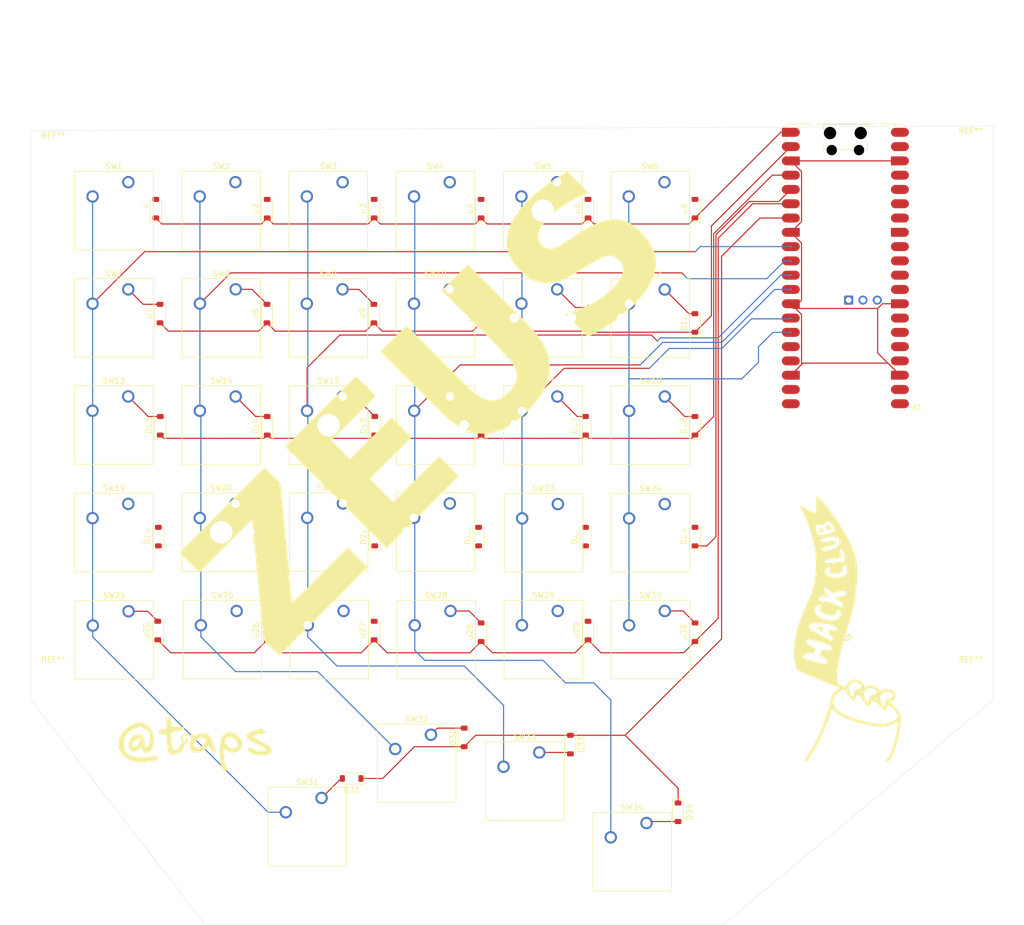
<source format=kicad_pcb>
(kicad_pcb (version 20241229) (generator "pcbnew") (generator_version "9.0")
  (layers (0 "F.Cu" signal) (2 "B.Cu" signal) (13 "F.Paste" user) (15 "B.Paste" user) (5 "F.SilkS" user "F.Silkscreen") (7 "B.SilkS" user "B.Silkscreen") (1 "F.Mask" user) (3 "B.Mask" user) (25 "Edge.Cuts" user))
  (net 0 "")
  (net 3 "col5")
  (net 11 "Net-(A1-GND-Pad13)")
  (net 12 "col6")
  (net 17 "row4")
  (net 20 "row3")
  (net 21 "col3")
  (net 24 "col4")
  (net 25 "col2")
  (net 28 "col1")
  (net 29 "row1")
  (net 31 "row2")
  (net 32 "row5")
  (net 34 "Net-(D1-A)")
  (net 35 "Net-(D2-A)")
  (net 36 "Net-(D3-A)")
  (net 37 "Net-(D4-A)")
  (net 38 "Net-(D5-A)")
  (net 39 "Net-(D6-A)")
  (net 40 "Net-(D7-A)")
  (net 41 "Net-(D8-A)")
  (net 42 "Net-(D9-A)")
  (net 43 "Net-(D10-A)")
  (net 44 "Net-(D11-A)")
  (net 45 "Net-(D12-A)")
  (net 46 "Net-(D13-A)")
  (net 47 "Net-(D14-A)")
  (net 48 "Net-(D15-A)")
  (net 49 "Net-(D16-A)")
  (net 50 "Net-(D17-A)")
  (net 51 "Net-(D18-A)")
  (net 52 "Net-(D19-A)")
  (net 53 "Net-(D20-A)")
  (net 54 "Net-(D21-A)")
  (net 55 "Net-(D22-A)")
  (net 56 "Net-(D23-A)")
  (net 57 "Net-(D24-A)")
  (net 58 "Net-(D25-A)")
  (net 59 "Net-(D26-A)")
  (net 60 "Net-(D27-A)")
  (net 61 "Net-(D28-A)")
  (net 62 "Net-(D29-A)")
  (net 63 "Net-(D30-A)")
  (net 64 "Net-(D31-A)")
  (net 65 "Net-(D32-A)")
  (net 66 "Net-(D33-A)")
  (net 67 "Net-(D34-A)")
  (net 68 "row6")
  (footprint "Diode_SMD:D_SOD-123" (layer "F.Cu") (at 91 91 90)
    (property "Reference" "D20")
    (property "Value" "1N4148WT")
  )
  (footprint "Diode_SMD:D_SOD-123" (layer "F.Cu") (at 144.86 127.97 -90)
    (property "Reference" "D33")
    (property "Value" "1N4148WT")
  )
  (footprint "Button_Switch_Keyboard:SW_Cherry_MX_1.00u_PCB" (layer "F.Cu") (at 142.54 66.095)
    (property "Reference" "SW17")
    (property "Value" "SW_Push")
  )
  (footprint "Diode_SMD:D_SOD-123" (layer "F.Cu") (at 167 71.3 90)
    (property "Reference" "D18")
    (property "Value" "1N4148WT")
  )
  (footprint "Button_Switch_Keyboard:SW_Cherry_MX_1.00u_PCB" (layer "F.Cu") (at 161.64 85.22)
    (property "Reference" "SW24")
    (property "Value" "SW_Push")
  )
  (footprint "Button_Switch_Keyboard:SW_Cherry_MX_1.00u_PCB" (layer "F.Cu") (at 66.36 104.27)
    (property "Reference" "SW25")
    (property "Value" "SW_Push")
  )
  (footprint "Diode_SMD:D_SOD-123" (layer "F.Cu") (at 110 107.7 90)
    (property "Reference" "D27")
    (property "Value" "1N4148WT")
  )
  (footprint "Diode_SMD:D_SOD-123" (layer "F.Cu") (at 129 71.3 90)
    (property "Reference" "D16")
    (property "Value" "1N4148WT")
  )
  (footprint "Button_Switch_Keyboard:SW_Cherry_MX_1.00u_PCB" (layer "F.Cu") (at 104.375 47.045)
    (property "Reference" "SW9")
    (property "Value" "SW_Push")
  )
  (footprint "Button_Switch_Keyboard:SW_Cherry_MX_1.00u_PCB" (layer "F.Cu") (at 85.39 47.04)
    (property "Reference" "SW8")
    (property "Value" "SW_Push")
  )
  (footprint "LOGO" (layer "F.Cu") (at 194 107.25 90)
    (property "Reference" "G***")
    (property "Value" "LOGO" (hide yes))
  )
  (footprint "Diode_SMD:D_SOD-123" (layer "F.Cu") (at 110.1 71.3 90)
    (property "Reference" "D15")
    (property "Value" "1N4148WT")
  )
  (footprint "Button_Switch_Keyboard:SW_Cherry_MX_1.00u_PCB" (layer "F.Cu") (at 142.61 104.22)
    (property "Reference" "SW29")
    (property "Value" "SW_Push")
  )
  (footprint "Button_Switch_Keyboard:SW_Cherry_MX_1.00u_PCB" (layer "F.Cu") (at 104.56 104.22)
    (property "Reference" "SW27")
    (property "Value" "SW_Push")
  )
  (footprint "Diode_SMD:D_SOD-123" (layer "F.Cu") (at 129 32.7 90)
    (property "Reference" "D4")
    (property "Value" "1N4148WT")
  )
  (footprint "Diode_SMD:D_SOD-123" (layer "F.Cu") (at 147.55 91 90)
    (property "Reference" "D23")
    (property "Value" "1N4148WT")
  )
  (footprint "Button_Switch_Keyboard:SW_Cherry_MX_1.00u_PCB" (layer "F.Cu") (at 66.31 47.05)
    (property "Reference" "SW7")
    (property "Value" "SW_Push")
  )
  (footprint "Diode_SMD:D_SOD-123" (layer "F.Cu") (at 106 134 180)
    (property "Reference" "D31")
    (property "Value" "1N4148WT")
  )
  (footprint "Button_Switch_Keyboard:SW_Cherry_MX_1.00u_PCB" (layer "F.Cu") (at 66.31 85.18)
    (property "Reference" "SW19")
    (property "Value" "SW_Push")
  )
  (footprint "Diode_SMD:D_SOD-123" (layer "F.Cu") (at 71.2 32.7 90)
    (property "Reference" "D1")
    (property "Value" "1N4148WT")
  )
  (footprint "Diode_SMD:D_SOD-123" (layer "F.Cu") (at 91 32.7 90)
    (property "Reference" "D2")
    (property "Value" "1N4148WT")
  )
  (footprint "MountingHole:MountingHole_2.2mm_M2" (layer "F.Cu") (at 216 22)
    (property "Reference" "REF**")
    (property "Value" "MountingHole_2.2mm_M2")
  )
  (footprint "Diode_SMD:D_SOD-123" (layer "F.Cu") (at 167 108 90)
    (property "Reference" "D30")
    (property "Value" "1N4148WT")
  )
  (footprint "Diode_SMD:D_SOD-123" (layer "F.Cu") (at 167 91 90)
    (property "Reference" "D24")
    (property "Value" "1N4148WT")
  )
  (footprint "MountingHole:MountingHole_2.2mm_M2" (layer "F.Cu") (at 53 22.865)
    (property "Reference" "REF**")
    (property "Value" "MountingHole_2.2mm_M2")
  )
  (footprint "Button_Switch_Keyboard:SW_Cherry_MX_1.00u_PCB" (layer "F.Cu") (at 123.43 27.99)
    (property "Reference" "SW4")
    (property "Value" "SW_Push")
  )
  (footprint "Button_Switch_Keyboard:SW_Cherry_MX_1.00u_PCB" (layer "F.Cu") (at 85.56 104.22)
    (property "Reference" "SW26")
    (property "Value" "SW_Push")
  )
  (footprint "Diode_SMD:D_SOD-123" (layer "F.Cu") (at 110.1 91 90)
    (property "Reference" "D21")
    (property "Value" "1N4148WT")
  )
  (footprint "Diode_SMD:D_SOD-123" (layer "F.Cu") (at 90.95 51.35 90)
    (property "Reference" "D8")
    (property "Value" "1N4148WT")
  )
  (footprint "Diode_SMD:D_SOD-123" (layer "F.Cu") (at 71.65 91 90)
    (property "Reference" "D19")
    (property "Value" "1N4148WT")
  )
  (footprint "Button_Switch_Keyboard:SW_Cherry_MX_1.00u_PCB" (layer "F.Cu") (at 161.64 66.1)
    (property "Reference" "SW18")
    (property "Value" "SW_Push")
  )
  (footprint "Diode_SMD:D_SOD-123" (layer "F.Cu") (at 71.95 51.35 90)
    (property "Reference" "D7")
    (property "Value" "1N4148WT")
  )
  (footprint "Button_Switch_Keyboard:SW_Cherry_MX_1.00u_PCB" (layer "F.Cu") (at 142.515 47.045)
    (property "Reference" "SW11")
    (property "Value" "SW_Push")
  )
  (footprint "Button_Switch_Keyboard:SW_Cherry_MX_1.00u_PCB" (layer "F.Cu") (at 100.65 137.46)
    (property "Reference" "SW31")
    (property "Value" "SW_Push")
  )
  (footprint "Button_Switch_Keyboard:SW_Cherry_MX_1.00u_PCB" (layer "F.Cu") (at 66.3 66.085)
    (property "Reference" "SW13")
    (property "Value" "SW_Push")
  )
  (footprint "Button_Switch_Keyboard:SW_Cherry_MX_1.00u_PCB" (layer "F.Cu") (at 120.09 126.22)
    (property "Reference" "SW32")
    (property "Value" "SW_Push")
  )
  (footprint "Diode_SMD:D_SOD-123" (layer "F.Cu") (at 126 126.7 90)
    (property "Reference" "D32")
    (property "Value" "1N4148WT")
  )
  (footprint "Diode_SMD:D_SOD-123" (layer "F.Cu") (at 164 140 -90)
    (property "Reference" "D34")
    (property "Value" "1N4148WT")
  )
  (footprint "Button_Switch_Keyboard:SW_Cherry_MX_1.00u_PCB" (layer "F.Cu") (at 104.39 27.99)
    (property "Reference" "SW3")
    (property "Value" "SW_Push")
  )
  (footprint "Button_Switch_Keyboard:SW_Cherry_MX_1.00u_PCB" (layer "F.Cu") (at 142.51 27.99)
    (property "Reference" "SW5")
    (property "Value" "SW_Push")
  )
  (footprint "Button_Switch_Keyboard:SW_Cherry_MX_1.00u_PCB" (layer "F.Cu") (at 66.32 27.99)
    (property "Reference" "SW1")
    (property "Value" "SW_Push")
  )
  (footprint "Diode_SMD:D_SOD-123" (layer "F.Cu") (at 91 107.7 90)
    (property "Reference" "D26")
    (property "Value" "1N4148WT")
  )
  (footprint "MountingHole:MountingHole_2.2mm_M2" (layer "F.Cu") (at 216 22.025)
    (property "Reference" "REF**")
    (property "Value" "MountingHole_2.2mm_M2")
  )
  (footprint "Button_Switch_Keyboard:SW_Cherry_MX_1.00u_PCB" (layer "F.Cu") (at 158.39 141.92)
    (property "Reference" "SW34")
    (property "Value" "SW_Push")
  )
  (footprint "Diode_SMD:D_SOD-123" (layer "F.Cu") (at 91 71.3 90)
    (property "Reference" "D14")
    (property "Value" "1N4148WT")
  )
  (footprint "Diode_SMD:D_SOD-123" (layer "F.Cu") (at 148 32.7 90)
    (property "Reference" "D5")
    (property "Value" "1N4148WT")
  )
  (footprint "Button_Switch_Keyboard:SW_Cherry_MX_1.00u_PCB" (layer "F.Cu") (at 123.45 85.11)
    (property "Reference" "SW22")
    (property "Value" "SW_Push")
  )
  (footprint "MountingHole:MountingHole_2.2mm_M2" (layer "F.Cu") (at 216 116)
    (property "Reference" "REF**")
    (property "Value" "MountingHole_2.2mm_M2")
  )
  (footprint "Diode_SMD:D_SOD-123" (layer "F.Cu") (at 109.95 51.35 90)
    (property "Reference" "D9")
    (property "Value" "1N4148WT")
  )
  (footprint "Button_Switch_Keyboard:SW_Cherry_MX_1.00u_PCB" (layer "F.Cu") (at 104.425 66.1)
    (property "Reference" "SW15")
    (property "Value" "SW_Push")
  )
  (footprint "Button_Switch_Keyboard:SW_Cherry_MX_1.00u_PCB" (layer "F.Cu") (at 142.64 85.22)
    (property "Reference" "SW23")
    (property "Value" "SW_Push")
  )
  (footprint "Button_Switch_Keyboard:SW_Cherry_MX_1.00u_PCB" (layer "F.Cu") (at 161.64 104.22)
    (property "Reference" "SW30")
    (property "Value" "SW_Push")
  )
  (footprint "Diode_SMD:D_SOD-123" (layer "F.Cu") (at 147.55 71.3 90)
    (property "Reference" "D17")
    (property "Value" "1N4148WT")
  )
  (footprint "Diode_SMD:D_SOD-123" (layer "F.Cu") (at 129 108 90)
    (property "Reference" "D28")
    (property "Value" "1N4148WT")
  )
  (footprint "Diode_SMD:D_SOD-123" (layer "F.Cu") (at 167 53.015 90)
    (property "Reference" "D12")
    (property "Value" "1N4148WT")
  )
  (footprint "Button_Switch_Keyboard:SW_Cherry_MX_1.00u_PCB" (layer "F.Cu") (at 85.35 27.99)
    (property "Reference" "SW2")
    (property "Value" "SW_Push")
  )
  (footprint "Button_Switch_Keyboard:SW_Cherry_MX_1.00u_PCB" (layer "F.Cu") (at 85.37 85.15)
    (property "Reference" "SW20")
    (property "Value" "SW_Push")
  )
  (footprint "Diode_SMD:D_SOD-123" (layer "F.Cu") (at 148 107.7 90)
    (property "Reference" "D29")
    (property "Value" "1N4148WT")
  )
  (footprint "Button_Switch_Keyboard:SW_Cherry_MX_1.00u_PCB" (layer "F.Cu") (at 104.45 85.11)
    (property "Reference" "SW21")
    (property "Value" "SW_Push")
  )
  (footprint "Diode_SMD:D_SOD-123" (layer "F.Cu") (at 128.55 91 90)
    (property "Reference" "D22")
    (property "Value" "1N4148WT")
  )
  (footprint "Module:RaspberryPi_Pico_W_SMD_HandSolder" (layer "F.Cu") (at 193.72 43.255)
    (property "Reference" "A1")
    (property "Value" "RaspberryPi_Pico_W")
  )
  (footprint "Diode_SMD:D_SOD-123" (layer "F.Cu") (at 167 32.7 90)
    (property "Reference" "D6")
    (property "Value" "1N4148WT")
  )
  (footprint "Button_Switch_Keyboard:SW_Cherry_MX_1.00u_PCB" (layer "F.Cu") (at 123.425 47.045)
    (property "Reference" "SW10")
    (property "Value" "SW_Push")
  )
  (footprint "Diode_SMD:D_SOD-123" (layer "F.Cu") (at 148.425 51.925 90)
    (property "Reference" "D11")
    (property "Value" "1N4148WT")
  )
  (footprint "Button_Switch_Keyboard:SW_Cherry_MX_1.00u_PCB" (layer "F.Cu") (at 123.46 66.095)
    (property "Reference" "SW16")
    (property "Value" "SW_Push")
  )
  (footprint "Diode_SMD:D_SOD-123" (layer "F.Cu") (at 128.95 51.365 90)
    (property "Reference" "D10")
    (property "Value" "1N4148WT")
  )
  (footprint "Diode_SMD:D_SOD-123" (layer "F.Cu") (at 71.55 107.7 90)
    (property "Reference" "D25")
    (property "Value" "1N4148WT")
  )
  (footprint "Diode_SMD:D_SOD-123" (layer "F.Cu") (at 110 32.7 90)
    (property "Reference" "D3")
    (property "Value" "1N4148WT")
  )
  (footprint "Button_Switch_Keyboard:SW_Cherry_MX_1.00u_PCB" (layer "F.Cu") (at 139.34 129.37)
    (property "Reference" "SW33")
    (property "Value" "SW_Push")
  )
  (footprint "Button_Switch_Keyboard:SW_Cherry_MX_1.00u_PCB" (layer "F.Cu") (at 85.385 66.095)
    (property "Reference" "SW14")
    (property "Value" "SW_Push")
  )
  (footprint "Button_Switch_Keyboard:SW_Cherry_MX_1.00u_PCB" (layer "F.Cu") (at 123.56 104.22)
    (property "Reference" "SW28")
    (property "Value" "SW_Push")
  )
  (footprint "MountingHole:MountingHole_2.2mm_M2" (layer "F.Cu") (at 53 116)
    (property "Reference" "REF**")
    (property "Value" "MountingHole_2.2mm_M2")
  )
  (footprint "Button_Switch_Keyboard:SW_Cherry_MX_1.00u_PCB" (layer "F.Cu") (at 161.58 27.99)
    (property "Reference" "SW6")
    (property "Value" "SW_Push")
  )
  (footprint "LOGO" (layer "F.Cu") (at 78 127)
    (property "Reference" "G***")
    (property "Value" "LOGO" (hide yes))
  )
  (footprint "Button_Switch_Keyboard:SW_Cherry_MX_1.00u_PCB" (layer "F.Cu") (at 161.62 47.07)
    (property "Reference" "SW12")
    (property "Value" "SW_Push")
  )
  (footprint "Diode_SMD:D_SOD-123" (layer "F.Cu") (at 72 71.3 90)
    (property "Reference" "D13")
    (property "Value" "1N4148WT")
  )
  (gr_line (start 220 120) (end 220 18) (stroke (width 0.05)) (layer "Edge.Cuts"))
  (gr_line (start 80 160) (end 172 160) (stroke (width 0.05)) (layer "Edge.Cuts"))
  (gr_line (start 220 18) (end 49 18.865) (stroke (width 0.05)) (layer "Edge.Cuts"))
  (gr_line (start 172 160) (end 220 120) (stroke (width 0.05)) (layer "Edge.Cuts"))
  (gr_line (start 49 18.865) (end 49 120) (stroke (width 0.05)) (layer "Edge.Cuts"))
  (gr_line (start 80 160) (end 49 120) (stroke (width 0.05)) (layer "Edge.Cuts"))
  (gr_rect (start 189.8 17.7) (end 197.675 17.8) (stroke (width 0.05)) (fill no) (layer "Edge.Cuts"))
  (gr_text "ZEUS" (at 95.035 116.285 45) (layer "F.SilkS") (effects (font (size 25 25) (thickness 1) (bold yes)) (justify left bottom)))
  (segment (start 136.19 68.635) (end 143.745 61.08) (width 0.2) (layer "F.Cu") (net 3))
  (segment (start 143.745 61.08) (end 158.89 61.08) (width 0.2) (layer "F.Cu") (net 3))
  (via micro (at 158.89 61.08) (size 0.3) (drill 0.1) (layers "F.Cu" "B.Cu") (net 3))
  (via micro (at 184.03 52.145) (size 0.3) (drill 0.1) (layers "F.Cu" "B.Cu") (net 3))
  (segment (start 183.885 52.29) (end 184.03 52.145) (width 0.2) (layer "B.Cu") (net 3))
  (segment (start 171.79 57.55) (end 177.05 52.29) (width 0.2) (layer "B.Cu") (net 3))
  (segment (start 136.16 30.53) (end 136.26 30.63) (width 0.2) (layer "B.Cu") (net 3))
  (segment (start 162.42 57.55) (end 171.79 57.55) (width 0.2) (layer "B.Cu") (net 3))
  (segment (start 136.26 30.63) (end 136.26 106.76) (width 0.2) (layer "B.Cu") (net 3))
  (segment (start 158.89 61.08) (end 162.42 57.55) (width 0.2) (layer "B.Cu") (net 3))
  (segment (start 177.05 52.29) (end 183.885 52.29) (width 0.2) (layer "B.Cu") (net 3))
  (segment (start 199.45615 58.35115) (end 199.45615 50.44) (width 0.2) (layer "F.Cu") (net 11))
  (segment (start 201.259 60.154) (end 203.41 62.305) (width 0.2) (layer "F.Cu") (net 11))
  (segment (start 199.45615 50.44) (end 200.29115 49.605) (width 0.2) (layer "F.Cu") (net 11))
  (segment (start 185.931 60.404) (end 184.03 62.305) (width 0.2) (layer "F.Cu") (net 11))
  (segment (start 185.931 26.106) (end 185.931 35.004) (width 0.2) (layer "F.Cu") (net 11))
  (segment (start 200.29115 49.605) (end 203.41 49.605) (width 0.2) (layer "F.Cu") (net 11))
  (segment (start 184.03 49.605) (end 185.931 51.506) (width 0.2) (layer "F.Cu") (net 11))
  (segment (start 184.03 24.205) (end 185.931 26.106) (width 0.2) (layer "F.Cu") (net 11))
  (segment (start 184.03 62.305) (end 186.181 60.154) (width 0.2) (layer "F.Cu") (net 11))
  (segment (start 185.931 38.806) (end 185.931 48.979) (width 0.2) (layer "F.Cu") (net 11))
  (segment (start 184.03 36.905) (end 185.931 38.806) (width 0.2) (layer "F.Cu") (net 11))
  (segment (start 185.931 51.506) (end 185.931 60.404) (width 0.2) (layer "F.Cu") (net 11))
  (segment (start 185.931 35.004) (end 184.03 36.905) (width 0.2) (layer "F.Cu") (net 11))
  (segment (start 203.41 62.305) (end 199.45615 58.35115) (width 0.2) (layer "F.Cu") (net 11))
  (segment (start 185.931 48.979) (end 184.47 50.44) (width 0.2) (layer "F.Cu") (net 11))
  (segment (start 184.47 50.44) (end 199.45615 50.44) (width 0.2) (layer "F.Cu") (net 11))
  (segment (start 186.181 60.154) (end 201.259 60.154) (width 0.2) (layer "F.Cu") (net 11))
  (segment (start 203.41 24.205) (end 184.03 24.205) (width 0.2) (layer "F.Cu") (net 11))
  (via micro (at 184.03 54.685) (size 0.3) (drill 0.1) (layers "F.Cu" "B.Cu") (net 12))
  (segment (start 178.28 57.26) (end 180.855 54.685) (width 0.2) (layer "B.Cu") (net 12))
  (segment (start 180.855 54.685) (end 184.03 54.685) (width 0.2) (layer "B.Cu") (net 12))
  (segment (start 155.23 49.57) (end 155.27 49.61) (width 0.2) (layer "B.Cu") (net 12))
  (segment (start 155.27 49.61) (end 155.27 62.95) (width 0.2) (layer "B.Cu") (net 12))
  (segment (start 155.27 62.95) (end 175.33 62.95) (width 0.2) (layer "B.Cu") (net 12))
  (segment (start 175.33 62.95) (end 178.28 60) (width 0.2) (layer "B.Cu") (net 12))
  (segment (start 155.27 106.74) (end 155.29 106.76) (width 0.2) (layer "B.Cu") (net 12))
  (segment (start 155.23 30.53) (end 155.23 49.57) (width 0.2) (layer "B.Cu") (net 12))
  (segment (start 178.28 60) (end 178.28 57.26) (width 0.2) (layer "B.Cu") (net 12))
  (segment (start 155.27 62.95) (end 155.27 106.74) (width 0.2) (layer "B.Cu") (net 12))
  (segment (start 170.724 91.026) (end 169.1 92.65) (width 0.2) (layer "F.Cu") (net 17))
  (segment (start 184.03 29.285) (end 181.891 31.424) (width 0.2) (layer "F.Cu") (net 17))
  (segment (start 176.626 31.424) (end 170.724 37.326) (width 0.2) (layer "F.Cu") (net 17))
  (segment (start 170.724 37.326) (end 170.724 91.026) (width 0.2) (layer "F.Cu") (net 17))
  (segment (start 181.891 31.424) (end 176.626 31.424) (width 0.2) (layer "F.Cu") (net 17))
  (segment (start 169.1 92.65) (end 167 92.65) (width 0.2) (layer "F.Cu") (net 17))
  (segment (start 180.7379 26.745) (end 184.03 26.745) (width 0.2) (layer "F.Cu") (net 20))
  (segment (start 167 72.95) (end 170.323 69.627) (width 0.2) (layer "F.Cu") (net 20))
  (segment (start 72.576 73.526) (end 90.424 73.526) (width 0.2) (layer "F.Cu") (net 20))
  (segment (start 148.131 73.531) (end 147.55 72.95) (width 0.2) (layer "F.Cu") (net 20))
  (segment (start 110.1 72.95) (end 109.519 73.531) (width 0.2) (layer "F.Cu") (net 20))
  (segment (start 166.419 73.531) (end 148.131 73.531) (width 0.2) (layer "F.Cu") (net 20))
  (segment (start 170.323 69.627) (end 170.323 37.1599) (width 0.2) (layer "F.Cu") (net 20))
  (segment (start 146.974 73.526) (end 129.576 73.526) (width 0.2) (layer "F.Cu") (net 20))
  (segment (start 129 72.95) (end 128.424 73.526) (width 0.2) (layer "F.Cu") (net 20))
  (segment (start 109.519 73.531) (end 91.581 73.531) (width 0.2) (layer "F.Cu") (net 20))
  (segment (start 110.676 73.526) (end 110.1 72.95) (width 0.2) (layer "F.Cu") (net 20))
  (segment (start 90.424 73.526) (end 91 72.95) (width 0.2) (layer "F.Cu") (net 20))
  (segment (start 147.55 72.95) (end 146.974 73.526) (width 0.2) (layer "F.Cu") (net 20))
  (segment (start 72 72.95) (end 72.576 73.526) (width 0.2) (layer "F.Cu") (net 20))
  (segment (start 167 72.95) (end 166.419 73.531) (width 0.2) (layer "F.Cu") (net 20))
  (segment (start 129.576 73.526) (end 129 72.95) (width 0.2) (layer "F.Cu") (net 20))
  (segment (start 91.581 73.531) (end 91 72.95) (width 0.2) (layer "F.Cu") (net 20))
  (segment (start 170.323 37.1599) (end 180.7379 26.745) (width 0.2) (layer "F.Cu") (net 20))
  (segment (start 128.424 73.526) (end 110.676 73.526) (width 0.2) (layer "F.Cu") (net 20))
  (segment (start 98.075 60.995) (end 98.075 68.64) (width 0.2) (layer "F.Cu") (net 21))
  (segment (start 160.31 56.24) (end 159.24 55.17) (width 0.2) (layer "F.Cu") (net 21))
  (segment (start 184.015 44.525) (end 184.01 44.52) (width 0.2) (layer "F.Cu") (net 21))
  (segment (start 103.9 55.17) (end 98.075 60.995) (width 0.2) (layer "F.Cu") (net 21))
  (segment (start 184.03 44.525) (end 184.015 44.525) (width 0.2) (layer "F.Cu") (net 21))
  (segment (start 159.24 55.17) (end 103.9 55.17) (width 0.2) (layer "F.Cu") (net 21))
  (via micro (at 184.01 44.52) (size 0.3) (drill 0.1) (layers "F.Cu" "B.Cu") (net 21))
  (via micro (at 160.31 56.24) (size 0.3) (drill 0.1) (layers "F.Cu" "B.Cu") (net 21))
  (segment (start 160.88 55.67) (end 160.31 56.24) (width 0.2) (layer "B.Cu") (net 21))
  (segment (start 98.21 108.814816) (end 103.395184 114) (width 0.2) (layer "B.Cu") (net 21))
  (segment (start 171.12 55.67) (end 160.88 55.67) (width 0.2) (layer "B.Cu") (net 21))
  (segment (start 98.21 106.76) (end 98.21 30.7) (width 0.2) (layer "B.Cu") (net 21))
  (segment (start 98.21 30.7) (end 98.04 30.53) (width 0.2) (layer "B.Cu") (net 21))
  (segment (start 132.99 120.99) (end 132.99 131.91) (width 0.2) (layer "B.Cu") (net 21))
  (segment (start 103.395184 114) (end 126 114) (width 0.2) (layer "B.Cu") (net 21))
  (segment (start 126 114) (end 132.99 120.99) (width 0.2) (layer "B.Cu") (net 21))
  (segment (start 98.21 106.76) (end 98.21 108.814816) (width 0.2) (layer "B.Cu") (net 21))
  (segment (start 184.01 44.52) (end 182.27 44.52) (width 0.2) (layer "B.Cu") (net 21))
  (segment (start 182.27 44.52) (end 171.12 55.67) (width 0.2) (layer "B.Cu") (net 21))
  (segment (start 125.265 60.48) (end 157.25 60.48) (width 0.2) (layer "F.Cu") (net 24))
  (segment (start 117.11 68.635) (end 125.265 60.48) (width 0.2) (layer "F.Cu") (net 24))
  (via micro (at 184.03 47.065) (size 0.3) (drill 0.1) (layers "F.Cu" "B.Cu") (net 24))
  (via micro (at 157.25 60.48) (size 0.3) (drill 0.1) (layers "F.Cu" "B.Cu") (net 24))
  (segment (start 144 117) (end 149 117) (width 0.2) (layer "B.Cu") (net 24))
  (segment (start 161.26 56.47) (end 171.76 56.47) (width 0.2) (layer "B.Cu") (net 24))
  (segment (start 181.165 47.065) (end 184.03 47.065) (width 0.2) (layer "B.Cu") (net 24))
  (segment (start 117.08 30.53) (end 117.21 30.66) (width 0.2) (layer "B.Cu") (net 24))
  (segment (start 117.21 30.66) (end 117.21 106.76) (width 0.2) (layer "B.Cu") (net 24))
  (segment (start 119 113) (end 140 113) (width 0.2) (layer "B.Cu") (net 24))
  (segment (start 152.04 120.04) (end 152.04 144.46) (width 0.2) (layer "B.Cu") (net 24))
  (segment (start 117.21 106.76) (end 117.21 111.21) (width 0.2) (layer "B.Cu") (net 24))
  (segment (start 171.76 56.47) (end 181.165 47.065) (width 0.2) (layer "B.Cu") (net 24))
  (segment (start 117.21 111.21) (end 119 113) (width 0.2) (layer "B.Cu") (net 24))
  (segment (start 157.25 60.48) (end 161.26 56.47) (width 0.2) (layer "B.Cu") (net 24))
  (segment (start 140 113) (end 144 117) (width 0.2) (layer "B.Cu") (net 24))
  (segment (start 149 117) (end 152.04 120.04) (width 0.2) (layer "B.Cu") (net 24))
  (segment (start 84.51 44.11) (end 164.65 44.11) (width 0.2) (layer "F.Cu") (net 25))
  (segment (start 164.65 44.11) (end 165.19 44.65) (width 0.2) (layer "F.Cu") (net 25))
  (segment (start 79.04 49.58) (end 84.51 44.11) (width 0.2) (layer "F.Cu") (net 25))
  (via micro (at 165.19 44.65) (size 0.3) (drill 0.1) (layers "F.Cu" "B.Cu") (net 25))
  (via micro (at 184.03 41.985) (size 0.3) (drill 0.1) (layers "F.Cu" "B.Cu") (net 25))
  (segment (start 79.035 52.745) (end 79.035 68.635) (width 0.2) (layer "B.Cu") (net 25))
  (segment (start 165.69 45.15) (end 179.75 45.15) (width 0.2) (layer "B.Cu") (net 25))
  (segment (start 79.21 108.814816) (end 85.395184 115) (width 0.2) (layer "B.Cu") (net 25))
  (segment (start 79.04 49.58) (end 79.04 52.74) (width 0.2) (layer "B.Cu") (net 25))
  (segment (start 79.035 68.635) (end 79.21 68.81) (width 0.2) (layer "B.Cu") (net 25))
  (segment (start 79.04 30.57) (end 79 30.53) (width 0.2) (layer "B.Cu") (net 25))
  (segment (start 79.04 49.58) (end 79.04 30.57) (width 0.2) (layer "B.Cu") (net 25))
  (segment (start 79.21 106.76) (end 79.21 108.814816) (width 0.2) (layer "B.Cu") (net 25))
  (segment (start 165.19 44.65) (end 165.69 45.15) (width 0.2) (layer "B.Cu") (net 25))
  (segment (start 182.915 41.985) (end 184.03 41.985) (width 0.2) (layer "B.Cu") (net 25))
  (segment (start 79.04 52.74) (end 79.035 52.745) (width 0.2) (layer "B.Cu") (net 25))
  (segment (start 85.395184 115) (end 99.98 115) (width 0.2) (layer "B.Cu") (net 25))
  (segment (start 79.21 68.81) (end 79.21 106.76) (width 0.2) (layer "B.Cu") (net 25))
  (segment (start 99.98 115) (end 113.74 128.76) (width 0.2) (layer "B.Cu") (net 25))
  (segment (start 179.75 45.15) (end 182.915 41.985) (width 0.2) (layer "B.Cu") (net 25))
  (segment (start 184.005 39.445) (end 184 39.44) (width 0.2) (layer "F.Cu") (net 28))
  (segment (start 167.05 40.34) (end 69.21 40.34) (width 0.2) (layer "F.Cu") (net 28))
  (segment (start 184.03 39.445) (end 184.005 39.445) (width 0.2) (layer "F.Cu") (net 28))
  (segment (start 69.21 40.34) (end 59.96 49.59) (width 0.2) (layer "F.Cu") (net 28))
  (via micro (at 184 39.44) (size 0.3) (drill 0.1) (layers "F.Cu" "B.Cu") (net 28))
  (via micro (at 167.05 40.34) (size 0.3) (drill 0.1) (layers "F.Cu" "B.Cu") (net 28))
  (segment (start 60.01 106.81) (end 60.01 108.864816) (width 0.2) (layer "B.Cu") (net 28))
  (segment (start 60.01 108.864816) (end 91.145184 140) (width 0.2) (layer "B.Cu") (net 28))
  (segment (start 184 39.44) (end 167.95 39.44) (width 0.2) (layer "B.Cu") (net 28))
  (segment (start 60.01 106.81) (end 59.97 106.77) (width 0.2) (layer "B.Cu") (net 28))
  (segment (start 91.145184 140) (end 94.3 140) (width 0.2) (layer "B.Cu") (net 28))
  (segment (start 167.95 39.44) (end 167.05 40.34) (width 0.2) (layer "B.Cu") (net 28))
  (segment (start 59.97 106.77) (end 59.97 30.53) (width 0.2) (layer "B.Cu") (net 28))
  (segment (start 167 34.35) (end 165.925 35.425) (width 0.2) (layer "F.Cu") (net 29))
  (segment (start 72.271 35.421) (end 71.2 34.35) (width 0.2) (layer "F.Cu") (net 29))
  (segment (start 182.225 19.125) (end 167 34.35) (width 0.2) (layer "F.Cu") (net 29))
  (segment (start 148 34.35) (end 146.929 35.421) (width 0.2) (layer "F.Cu") (net 29))
  (segment (start 110 34.35) (end 108.929 35.421) (width 0.2) (layer "F.Cu") (net 29))
  (segment (start 130.071 35.421) (end 129 34.35) (width 0.2) (layer "F.Cu") (net 29))
  (segment (start 111.075 35.425) (end 110 34.35) (width 0.2) (layer "F.Cu") (net 29))
  (segment (start 92.071 35.421) (end 91 34.35) (width 0.2) (layer "F.Cu") (net 29))
  (segment (start 146.929 35.421) (end 130.071 35.421) (width 0.2) (layer "F.Cu") (net 29))
  (segment (start 127.925 35.425) (end 111.075 35.425) (width 0.2) (layer "F.Cu") (net 29))
  (segment (start 149.075 35.425) (end 148 34.35) (width 0.2) (layer "F.Cu") (net 29))
  (segment (start 108.929 35.421) (end 92.071 35.421) (width 0.2) (layer "F.Cu") (net 29))
  (segment (start 165.925 35.425) (end 149.075 35.425) (width 0.2) (layer "F.Cu") (net 29))
  (segment (start 91 34.35) (end 89.929 35.421) (width 0.2) (layer "F.Cu") (net 29))
  (segment (start 129 34.35) (end 127.925 35.425) (width 0.2) (layer "F.Cu") (net 29))
  (segment (start 184.03 19.125) (end 182.225 19.125) (width 0.2) (layer "F.Cu") (net 29))
  (segment (start 89.929 35.421) (end 72.271 35.421) (width 0.2) (layer "F.Cu") (net 29))
  (segment (start 169.922 35.773) (end 169.922 51.743) (width 0.2) (layer "F.Cu") (net 31))
  (segment (start 149.515 54.665) (end 167 54.665) (width 0.2) (layer "F.Cu") (net 31))
  (segment (start 92.426 54.476) (end 90.95 53) (width 0.2) (layer "F.Cu") (net 31))
  (segment (start 184.03 21.665) (end 169.922 35.773) (width 0.2) (layer "F.Cu") (net 31))
  (segment (start 89.479 54.471) (end 90.95 53) (width 0.2) (layer "F.Cu") (net 31))
  (segment (start 108.474 54.476) (end 92.426 54.476) (width 0.2) (layer "F.Cu") (net 31))
  (segment (start 73.421 54.471) (end 89.479 54.471) (width 0.2) (layer "F.Cu") (net 31))
  (segment (start 148.425 53.575) (end 147.524 54.476) (width 0.2) (layer "F.Cu") (net 31))
  (segment (start 109.95 53) (end 108.474 54.476) (width 0.2) (layer "F.Cu") (net 31))
  (segment (start 147.524 54.476) (end 130.411 54.476) (width 0.2) (layer "F.Cu") (net 31))
  (segment (start 130.411 54.476) (end 128.95 53.015) (width 0.2) (layer "F.Cu") (net 31))
  (segment (start 128.95 53.015) (end 127.489 54.476) (width 0.2) (layer "F.Cu") (net 31))
  (segment (start 127.489 54.476) (end 111.426 54.476) (width 0.2) (layer "F.Cu") (net 31))
  (segment (start 169.922 51.743) (end 167 54.665) (width 0.2) (layer "F.Cu") (net 31))
  (segment (start 111.426 54.476) (end 109.95 53) (width 0.2) (layer "F.Cu") (net 31))
  (segment (start 71.95 53) (end 73.421 54.471) (width 0.2) (layer "F.Cu") (net 31))
  (segment (start 148.425 53.575) (end 149.515 54.665) (width 0.2) (layer "F.Cu") (net 31))
  (segment (start 129 109.65) (end 131.001 111.651) (width 0.2) (layer "F.Cu") (net 32))
  (segment (start 107.699 111.651) (end 93.301 111.651) (width 0.2) (layer "F.Cu") (net 32))
  (segment (start 110 109.35) (end 107.699 111.651) (width 0.2) (layer "F.Cu") (net 32))
  (segment (start 177.25 31.825) (end 184.03 31.825) (width 0.2) (layer "F.Cu") (net 32))
  (segment (start 88.699 111.651) (end 91 109.35) (width 0.2) (layer "F.Cu") (net 32))
  (segment (start 126.999 111.651) (end 112.301 111.651) (width 0.2) (layer "F.Cu") (net 32))
  (segment (start 71.55 109.35) (end 73.851 111.651) (width 0.2) (layer "F.Cu") (net 32))
  (segment (start 73.851 111.651) (end 88.699 111.651) (width 0.2) (layer "F.Cu") (net 32))
  (segment (start 148 109.35) (end 150.301 111.651) (width 0.2) (layer "F.Cu") (net 32))
  (segment (start 171.125 37.95) (end 177.25 31.825) (width 0.2) (layer "F.Cu") (net 32))
  (segment (start 164.999 111.651) (end 167 109.65) (width 0.2) (layer "F.Cu") (net 32))
  (segment (start 112.301 111.651) (end 110 109.35) (width 0.2) (layer "F.Cu") (net 32))
  (segment (start 167 109.65) (end 171.125 105.525) (width 0.2) (layer "F.Cu") (net 32))
  (segment (start 145.699 111.651) (end 148 109.35) (width 0.2) (layer "F.Cu") (net 32))
  (segment (start 129 109.65) (end 126.999 111.651) (width 0.2) (layer "F.Cu") (net 32))
  (segment (start 131.001 111.651) (end 145.699 111.651) (width 0.2) (layer "F.Cu") (net 32))
  (segment (start 93.301 111.651) (end 91 109.35) (width 0.2) (layer "F.Cu") (net 32))
  (segment (start 171.125 105.525) (end 171.125 37.95) (width 0.2) (layer "F.Cu") (net 32))
  (segment (start 150.301 111.651) (end 164.999 111.651) (width 0.2) (layer "F.Cu") (net 32))
  (segment (start 71.95 49.7) (end 68.96 49.7) (width 0.2) (layer "F.Cu") (net 40))
  (segment (start 68.96 49.7) (end 66.31 47.05) (width 0.2) (layer "F.Cu") (net 40))
  (segment (start 88.29 47.04) (end 90.95 49.7) (width 0.2) (layer "F.Cu") (net 41))
  (segment (start 85.39 47.04) (end 88.29 47.04) (width 0.2) (layer "F.Cu") (net 41))
  (segment (start 107.295 47.045) (end 109.95 49.7) (width 0.2) (layer "F.Cu") (net 42))
  (segment (start 104.375 47.045) (end 107.295 47.045) (width 0.2) (layer "F.Cu") (net 42))
  (segment (start 123.425 47.045) (end 126.095 49.715) (width 0.2) (layer "F.Cu") (net 43))
  (segment (start 126.095 49.715) (end 128.95 49.715) (width 0.2) (layer "F.Cu") (net 43))
  (segment (start 142.515 47.045) (end 145.745 50.275) (width 0.2) (layer "F.Cu") (net 44))
  (segment (start 145.745 50.275) (end 148.425 50.275) (width 0.2) (layer "F.Cu") (net 44))
  (segment (start 165.915 51.365) (end 161.62 47.07) (width 0.2) (layer "F.Cu") (net 45))
  (segment (start 167 51.365) (end 165.915 51.365) (width 0.2) (layer "F.Cu") (net 45))
  (segment (start 72 69.65) (end 69.865 69.65) (width 0.2) (layer "F.Cu") (net 46))
  (segment (start 69.865 69.65) (end 66.3 66.085) (width 0.2) (layer "F.Cu") (net 46))
  (segment (start 91 69.65) (end 88.94 69.65) (width 0.2) (layer "F.Cu") (net 47))
  (segment (start 88.94 69.65) (end 85.385 66.095) (width 0.2) (layer "F.Cu") (net 47))
  (segment (start 106.55 66.1) (end 110.1 69.65) (width 0.2) (layer "F.Cu") (net 48))
  (segment (start 104.425 66.1) (end 106.55 66.1) (width 0.2) (layer "F.Cu") (net 48))
  (segment (start 123.46 66.095) (end 125.445 66.095) (width 0.2) (layer "F.Cu") (net 49))
  (segment (start 125.445 66.095) (end 129 69.65) (width 0.2) (layer "F.Cu") (net 49))
  (segment (start 146.095 69.65) (end 147.55 69.65) (width 0.2) (layer "F.Cu") (net 50))
  (segment (start 142.54 66.095) (end 146.095 69.65) (width 0.2) (layer "F.Cu") (net 50))
  (segment (start 167 69.65) (end 165.19 69.65) (width 0.2) (layer "F.Cu") (net 51))
  (segment (start 165.19 69.65) (end 161.64 66.1) (width 0.2) (layer "F.Cu") (net 51))
  (segment (start 66.36 104.27) (end 69.77 104.27) (width 0.2) (layer "F.Cu") (net 58))
  (segment (start 69.77 104.27) (end 71.55 106.05) (width 0.2) (layer "F.Cu") (net 58))
  (segment (start 126.87 104.22) (end 129 106.35) (width 0.2) (layer "F.Cu") (net 61))
  (segment (start 123.56 104.22) (end 126.87 104.22) (width 0.2) (layer "F.Cu") (net 61))
  (segment (start 161.64 104.22) (end 164.87 104.22) (width 0.2) (layer "F.Cu") (net 63))
  (segment (start 164.87 104.22) (end 167 106.35) (width 0.2) (layer "F.Cu") (net 63))
  (segment (start 104.11 134) (end 104.35 134) (width 0.2) (layer "F.Cu") (net 64))
  (segment (start 100.65 137.46) (end 104.11 134) (width 0.2) (layer "F.Cu") (net 64))
  (segment (start 126 125.05) (end 121.26 125.05) (width 0.2) (layer "F.Cu") (net 65))
  (segment (start 121.26 125.05) (end 120.09 126.22) (width 0.2) (layer "F.Cu") (net 65))
  (segment (start 139.34 129.37) (end 144.61 129.37) (width 0.2) (layer "F.Cu") (net 66))
  (segment (start 144.61 129.37) (end 144.86 129.62) (width 0.2) (layer "F.Cu") (net 66))
  (segment (start 158.66 141.65) (end 158.39 141.92) (width 0.2) (layer "F.Cu") (net 67))
  (segment (start 164 141.65) (end 158.66 141.65) (width 0.2) (layer "F.Cu") (net 67))
  (segment (start 154.595 126.32) (end 171.725 109.19) (width 0.2) (layer "F.Cu") (net 68))
  (segment (start 126 128.35) (end 117.15 128.35) (width 0.2) (layer "F.Cu") (net 68))
  (segment (start 154.595 126.32) (end 144.86 126.32) (width 0.2) (layer "F.Cu") (net 68))
  (segment (start 144.86 126.32) (end 128.03 126.32) (width 0.2) (layer "F.Cu") (net 68))
  (segment (start 128.03 126.32) (end 126 128.35) (width 0.2) (layer "F.Cu") (net 68))
  (segment (start 164 138.35) (end 164 135.725) (width 0.2) (layer "F.Cu") (net 68))
  (segment (start 171.725 41.175) (end 178.535 34.365) (width 0.2) (layer "F.Cu") (net 68))
  (segment (start 111.5 134) (end 107.65 134) (width 0.2) (layer "F.Cu") (net 68))
  (segment (start 164 135.725) (end 154.595 126.32) (width 0.2) (layer "F.Cu") (net 68))
  (segment (start 178.535 34.365) (end 184.03 34.365) (width 0.2) (layer "F.Cu") (net 68))
  (segment (start 171.725 109.19) (end 171.725 41.175) (width 0.2) (layer "F.Cu") (net 68))
  (segment (start 117.15 128.35) (end 111.5 134) (width 0.2) (layer "F.Cu") (net 68))
)
</source>
